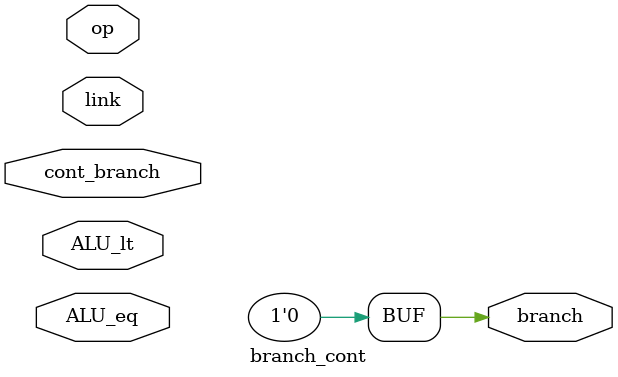
<source format=sv>
`timescale 1ns/1ps

module branch_cont (
    input  wire cont_branch,
    input  wire [5:0] op,
    input  wire [4:0] link,  // instr[20:16]

    input  wire ALU_lt,
    input  wire ALU_eq,

    output reg  branch
    );

    always_comb begin
        if (branch) begin
            if (op == 6'b000001) begin
                // branch and link instructions. Judge rt to continue
                case (link)
                    5'b00000: branch = ALU_lt;  // bltz
                    5'b10000: branch = ALU_lt;  // bltzal
                    5'b00001: branch = ~ALU_lt; // bgez
                    5'b10001: branch = ~ALU_lt; // bgezal
                    default:  branch = 0;       // illegal
                endcase
            end
            else begin
                case (op)
                    6'b000100: branch = ALU_eq;                // beq
                    6'b000111: branch = (~ALU_lt) & (~ALU_eq); // bgtz
                    6'b000110: branch = ALU_lt | ALU_eq;       // blez
                    6'b000101: branch = ~ALU_eq;               // bne
                    default:   branch = 0;
                endcase
            end
        end
        else begin
            branch = 0;
        end
    end


endmodule

</source>
